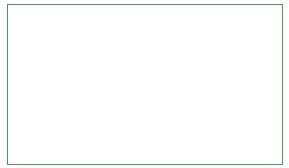
<source format=gm1>
G04*
G04 #@! TF.GenerationSoftware,Altium Limited,Altium Designer,22.2.1 (43)*
G04*
G04 Layer_Color=16711935*
%FSLAX24Y24*%
%MOIN*%
G70*
G04*
G04 #@! TF.SameCoordinates,385840A5-E032-4D16-B727-23F4FCC5E7AD*
G04*
G04*
G04 #@! TF.FilePolarity,Positive*
G04*
G01*
G75*
%ADD35C,0.0020*%
D35*
X0Y0D02*
X9154D01*
Y5315D01*
X0D02*
X9154D01*
X0Y0D02*
Y5315D01*
M02*

</source>
